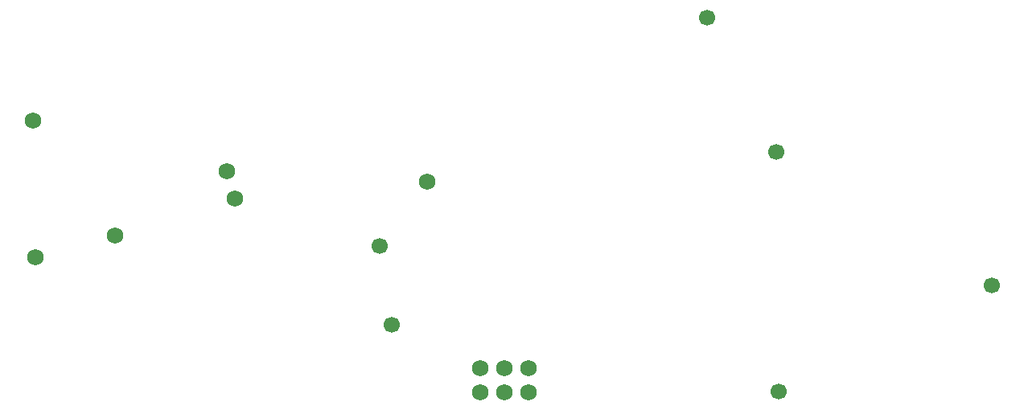
<source format=gbr>
%TF.GenerationSoftware,KiCad,Pcbnew,9.0.7*%
%TF.CreationDate,2026-02-04T16:31:09+00:00*%
%TF.ProjectId,FED3 tester - support,46454433-2074-4657-9374-6572202d2073,rev?*%
%TF.SameCoordinates,PX6146580PY6dc4960*%
%TF.FileFunction,Plated,1,2,PTH,Drill*%
%TF.FilePolarity,Positive*%
%FSLAX46Y46*%
G04 Gerber Fmt 4.6, Leading zero omitted, Abs format (unit mm)*
G04 Created by KiCad (PCBNEW 9.0.7) date 2026-02-04 16:31:09*
%MOMM*%
%LPD*%
G01*
G04 APERTURE LIST*
%TA.AperFunction,ComponentDrill*%
%ADD10C,1.700000*%
%TD*%
%TA.AperFunction,ComponentDrill*%
%ADD11C,1.750000*%
%TD*%
G04 APERTURE END LIST*
D10*
%TO.C,TP12*%
X33251100Y49278600D03*
%TO.C,TP6*%
X34526100Y41053600D03*
%TO.C,TP5*%
X67701100Y73328600D03*
%TO.C,TP8*%
X75001100Y59253600D03*
%TO.C,TP2*%
X75201100Y34028600D03*
%TO.C,TP7*%
X97701100Y45153600D03*
D11*
%TO.C,TP10*%
X-3273900Y62503600D03*
%TO.C,TP9*%
X-2998900Y48153600D03*
%TO.C,TP4*%
X5351100Y50403600D03*
%TO.C,TP3*%
X17201100Y57228600D03*
%TO.C,TP11*%
X17976100Y54278600D03*
%TO.C,TP13*%
X38276100Y56103600D03*
%TO.C,J2*%
X43839050Y36483857D03*
X43839050Y33943857D03*
X46379050Y36483857D03*
X46379050Y33943857D03*
X48919050Y36483857D03*
X48919050Y33943857D03*
M02*

</source>
